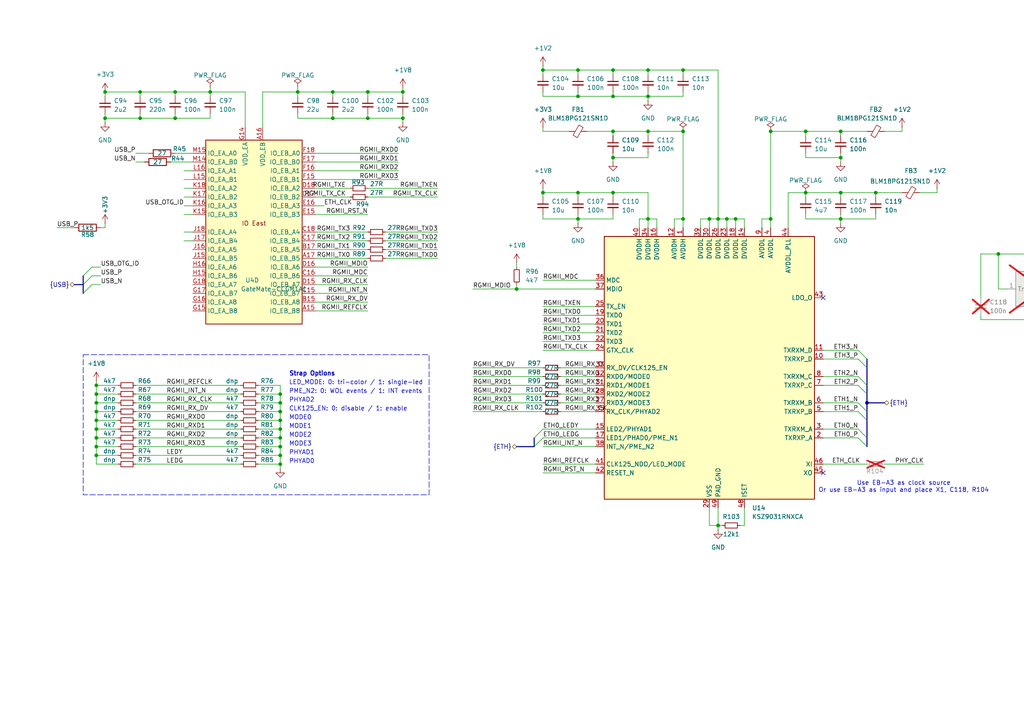
<source format=kicad_sch>
(kicad_sch (version 20250114) (generator "eeschema") (generator_version "9.0")
  (paper "A4")
  (title_block (title "${project_name}") (date "2025-06-24") (rev "${project_version}") (company "${project_creator}") (comment 1 "${project_license}"))
  (rectangle (start 24.13 102.87) (end 124.46 143.51) (stroke (width 0) (type dash)))
  (text "PHYAD0" (at 83.82 134.62 0) (effects (font (size 1.27 1.27)) (justify left bottom)))
  (text "Strap Options" (at 83.82 109.22 0) (effects (font (size 1.27 1.27) (thickness 0.254) (bold yes)) (justify left bottom)))
  (text "MODE0" (at 83.82 121.92 0) (effects (font (size 1.27 1.27)) (justify left bottom)))
  (text "CLK125_EN: 0: disable / 1: enable" (at 83.82 119.38 0) (effects (font (size 1.27 1.27)) (justify left bottom)))
  (text "MODE2" (at 83.82 127 0) (effects (font (size 1.27 1.27)) (justify left bottom)))
  (text "PHYAD2" (at 83.82 116.84 0) (effects (font (size 1.27 1.27)) (justify left bottom)))
  (text "PHYAD1" (at 83.82 132.08 0) (effects (font (size 1.27 1.27)) (justify left bottom)))
  (text "MODE1" (at 83.82 124.46 0) (effects (font (size 1.27 1.27)) (justify left bottom)))
  (text "Use EB-A3 as clock source\nOr use EB-A3 as input and place X1, C118, R104" (at 262.128 141.224 0) (effects (font (size 1.27 1.27))))
  (text "LED_MODE: 0: tri-color / 1: single-led" (at 83.82 111.76 0) (effects (font (size 1.27 1.27)) (justify left bottom)))
  (text "PME_N2: 0: WOL events / 1: INT events" (at 83.82 114.3 0) (effects (font (size 1.27 1.27)) (justify left bottom)))
  (text "MODE3" (at 83.82 129.54 0) (effects (font (size 1.27 1.27)) (justify left bottom)))
  (junction (at 223.52 63.5))
  (junction (at 81.28 129.54))
  (junction (at 187.96 63.5))
  (junction (at 27.94 111.76))
  (junction (at 177.8 20.32))
  (junction (at 81.28 116.84))
  (junction (at 27.94 116.84))
  (junction (at 187.96 27.94))
  (junction (at 177.8 45.72))
  (junction (at 233.68 55.88))
  (junction (at 302.26 92.71))
  (junction (at 167.64 20.32))
  (junction (at 27.94 121.92))
  (junction (at 233.68 38.1))
  (junction (at 289.56 73.66))
  (junction (at 27.94 119.38))
  (junction (at 116.84 34.29))
  (junction (at 27.94 132.08))
  (junction (at 187.96 20.32))
  (junction (at 177.8 27.94))
  (junction (at 96.52 26.67))
  (junction (at 213.36 63.5))
  (junction (at 106.68 34.29))
  (junction (at 149.86 83.82))
  (junction (at 96.52 34.29))
  (junction (at 208.28 63.5))
  (junction (at 167.64 63.5))
  (junction (at 243.84 55.88))
  (junction (at 27.94 129.54))
  (junction (at 167.64 27.94))
  (junction (at 177.8 55.88))
  (junction (at 27.94 127))
  (junction (at 116.84 26.67))
  (junction (at 243.84 45.72))
  (junction (at 81.28 119.38))
  (junction (at 205.74 63.5))
  (junction (at 177.8 38.1))
  (junction (at 210.82 63.5))
  (junction (at 187.96 38.1))
  (junction (at 50.8 34.29))
  (junction (at 81.28 121.92))
  (junction (at 86.36 26.67))
  (junction (at 40.64 34.29))
  (junction (at 60.96 26.67))
  (junction (at 157.48 55.88))
  (junction (at 27.94 124.46))
  (junction (at 157.48 20.32))
  (junction (at 167.64 55.88))
  (junction (at 81.28 124.46))
  (junction (at 198.12 20.32))
  (junction (at 30.48 26.67))
  (junction (at 27.94 114.3))
  (junction (at 254 55.88))
  (junction (at 243.84 63.5))
  (junction (at 106.68 26.67))
  (junction (at 50.8 26.67))
  (junction (at 81.28 114.3))
  (junction (at 30.48 34.29))
  (junction (at 208.28 152.4))
  (junction (at 40.64 26.67))
  (junction (at 81.28 127))
  (junction (at 251.46 116.84))
  (junction (at 198.12 63.5))
  (junction (at 223.52 38.1))
  (junction (at 198.12 38.1))
  (junction (at 81.28 132.08))
  (junction (at 243.84 38.1))
  (junction (at 302.26 73.66))
  (junction (at 81.28 134.62))
  (no_connect (at 238.76 86.36))
  (no_connect (at 238.76 137.16))
  (bus_entry (at 26.67 80.01) (size -2.54 2.54))
  (bus_entry (at 248.92 104.14) (size 2.54 2.54))
  (bus_entry (at 157.48 124.46) (size -2.54 2.54))
  (bus_entry (at 157.48 127) (size -2.54 2.54))
  (bus_entry (at 26.67 77.47) (size -2.54 2.54))
  (bus_entry (at 248.92 109.22) (size 2.54 2.54))
  (bus_entry (at 248.92 101.6) (size 2.54 2.54))
  (bus_entry (at 248.92 127) (size 2.54 2.54))
  (bus_entry (at 26.67 82.55) (size -2.54 2.54))
  (bus_entry (at 248.92 119.38) (size 2.54 2.54))
  (bus_entry (at 248.92 116.84) (size 2.54 2.54))
  (bus_entry (at 248.92 124.46) (size 2.54 2.54))
  (bus_entry (at 248.92 111.76) (size 2.54 2.54))
  (wire (pts (xy 284.48 73.66) (xy 284.48 86.36)))
  (wire (pts (xy 187.96 39.37) (xy 187.96 38.1)))
  (wire (pts (xy 81.28 129.54) (xy 81.28 132.08)))
  (wire (pts (xy 91.44 54.61) (xy 101.6 54.61)))
  (wire (pts (xy 106.68 57.15) (xy 127 57.15)))
  (wire (pts (xy 81.28 127) (xy 81.28 129.54)))
  (wire (pts (xy 220.98 63.5) (xy 223.52 63.5)))
  (wire (pts (xy 243.84 45.72) (xy 243.84 46.99)))
  (wire (pts (xy 76.2 26.67) (xy 76.2 36.83)))
  (wire (pts (xy 213.36 63.5) (xy 215.9 63.5)))
  (wire (pts (xy 256.54 134.62) (xy 267.97 134.62)))
  (wire (pts (xy 81.28 114.3) (xy 81.28 116.84)))
  (wire (pts (xy 238.76 101.6) (xy 248.92 101.6)))
  (wire (pts (xy 195.58 66.04) (xy 195.58 63.5)))
  (wire (pts (xy 49.53 46.99) (xy 55.88 46.99)))
  (wire (pts (xy 60.96 26.67) (xy 71.12 26.67)))
  (wire (pts (xy 208.28 152.4) (xy 205.74 152.4)))
  (bus (pts (xy 24.13 82.55) (xy 24.13 85.09)))
  (wire (pts (xy 187.96 63.5) (xy 187.96 66.04)))
  (wire (pts (xy 261.62 36.83) (xy 261.62 38.1)))
  (wire (pts (xy 238.76 109.22) (xy 248.92 109.22)))
  (wire (pts (xy 106.68 34.29) (xy 116.84 34.29)))
  (wire (pts (xy 86.36 27.94) (xy 86.36 26.67)))
  (wire (pts (xy 91.44 74.93) (xy 106.68 74.93)))
  (wire (pts (xy 27.94 129.54) (xy 27.94 132.08)))
  (wire (pts (xy 167.64 20.32) (xy 167.64 21.59)))
  (wire (pts (xy 157.48 127) (xy 172.72 127)))
  (wire (pts (xy 177.8 38.1) (xy 170.18 38.1)))
  (wire (pts (xy 81.28 116.84) (xy 81.28 119.38)))
  (wire (pts (xy 177.8 27.94) (xy 167.64 27.94)))
  (wire (pts (xy 116.84 25.4) (xy 116.84 26.67)))
  (wire (pts (xy 157.48 96.52) (xy 172.72 96.52)))
  (wire (pts (xy 74.93 132.08) (xy 81.28 132.08)))
  (wire (pts (xy 27.94 111.76) (xy 27.94 114.3)))
  (wire (pts (xy 157.48 54.61) (xy 157.48 55.88)))
  (wire (pts (xy 27.94 114.3) (xy 27.94 116.84)))
  (wire (pts (xy 53.34 57.15) (xy 55.88 57.15)))
  (wire (pts (xy 203.2 63.5) (xy 205.74 63.5)))
  (wire (pts (xy 187.96 20.32) (xy 187.96 21.59)))
  (wire (pts (xy 39.37 132.08) (xy 69.85 132.08)))
  (wire (pts (xy 26.67 80.01) (xy 29.21 80.01)))
  (wire (pts (xy 91.44 67.31) (xy 106.68 67.31)))
  (wire (pts (xy 53.34 67.31) (xy 55.88 67.31)))
  (wire (pts (xy 302.26 92.71) (xy 302.26 93.98)))
  (wire (pts (xy 254 55.88) (xy 254 57.15)))
  (wire (pts (xy 149.86 83.82) (xy 137.16 83.82)))
  (wire (pts (xy 187.96 45.72) (xy 177.8 45.72)))
  (wire (pts (xy 208.28 152.4) (xy 208.28 153.67)))
  (wire (pts (xy 39.37 46.99) (xy 41.91 46.99)))
  (wire (pts (xy 254 55.88) (xy 261.62 55.88)))
  (wire (pts (xy 71.12 36.83) (xy 71.12 26.67)))
  (wire (pts (xy 81.28 132.08) (xy 81.28 134.62)))
  (wire (pts (xy 91.44 49.53) (xy 115.57 49.53)))
  (wire (pts (xy 162.56 109.22) (xy 172.72 109.22)))
  (wire (pts (xy 91.44 46.99) (xy 115.57 46.99)))
  (wire (pts (xy 228.6 66.04) (xy 228.6 55.88)))
  (wire (pts (xy 157.48 19.05) (xy 157.48 20.32)))
  (wire (pts (xy 187.96 27.94) (xy 187.96 29.21)))
  (wire (pts (xy 149.86 82.55) (xy 149.86 83.82)))
  (wire (pts (xy 157.48 36.83) (xy 157.48 38.1)))
  (wire (pts (xy 302.26 73.66) (xy 302.26 76.2)))
  (wire (pts (xy 74.93 121.92) (xy 81.28 121.92)))
  (wire (pts (xy 27.94 129.54) (xy 34.29 129.54)))
  (wire (pts (xy 243.84 63.5) (xy 254 63.5)))
  (wire (pts (xy 198.12 20.32) (xy 208.28 20.32)))
  (wire (pts (xy 27.94 114.3) (xy 34.29 114.3)))
  (wire (pts (xy 29.21 66.04) (xy 30.48 66.04)))
  (wire (pts (xy 243.84 62.23) (xy 243.84 63.5)))
  (wire (pts (xy 157.48 137.16) (xy 172.72 137.16)))
  (wire (pts (xy 233.68 44.45) (xy 233.68 45.72)))
  (wire (pts (xy 157.48 91.44) (xy 172.72 91.44)))
  (wire (pts (xy 60.96 26.67) (xy 60.96 27.94)))
  (wire (pts (xy 60.96 25.4) (xy 60.96 26.67)))
  (wire (pts (xy 91.44 90.17) (xy 106.68 90.17)))
  (bus (pts (xy 251.46 121.92) (xy 251.46 127)))
  (wire (pts (xy 111.76 67.31) (xy 127 67.31)))
  (wire (pts (xy 27.94 116.84) (xy 27.94 119.38)))
  (wire (pts (xy 302.26 72.39) (xy 302.26 73.66)))
  (bus (pts (xy 251.46 114.3) (xy 251.46 116.84)))
  (wire (pts (xy 74.93 119.38) (xy 81.28 119.38)))
  (wire (pts (xy 27.94 121.92) (xy 27.94 124.46)))
  (wire (pts (xy 210.82 63.5) (xy 213.36 63.5)))
  (wire (pts (xy 220.98 66.04) (xy 220.98 63.5)))
  (wire (pts (xy 177.8 20.32) (xy 177.8 21.59)))
  (bus (pts (xy 251.46 127) (xy 251.46 129.54)))
  (wire (pts (xy 137.16 119.38) (xy 157.48 119.38)))
  (wire (pts (xy 233.68 38.1) (xy 243.84 38.1)))
  (wire (pts (xy 195.58 63.5) (xy 198.12 63.5)))
  (wire (pts (xy 208.28 63.5) (xy 208.28 66.04)))
  (wire (pts (xy 74.93 111.76) (xy 81.28 111.76)))
  (wire (pts (xy 187.96 20.32) (xy 198.12 20.32)))
  (wire (pts (xy 27.94 124.46) (xy 34.29 124.46)))
  (wire (pts (xy 26.67 77.47) (xy 29.21 77.47)))
  (wire (pts (xy 39.37 44.45) (xy 43.18 44.45)))
  (wire (pts (xy 198.12 20.32) (xy 198.12 21.59)))
  (wire (pts (xy 284.48 91.44) (xy 284.48 92.71)))
  (wire (pts (xy 39.37 114.3) (xy 69.85 114.3)))
  (wire (pts (xy 40.64 34.29) (xy 50.8 34.29)))
  (wire (pts (xy 74.93 127) (xy 81.28 127)))
  (wire (pts (xy 91.44 69.85) (xy 106.68 69.85)))
  (wire (pts (xy 60.96 34.29) (xy 60.96 33.02)))
  (wire (pts (xy 27.94 119.38) (xy 34.29 119.38)))
  (wire (pts (xy 205.74 63.5) (xy 205.74 66.04)))
  (bus (pts (xy 24.13 80.01) (xy 24.13 82.55)))
  (wire (pts (xy 187.96 44.45) (xy 187.96 45.72)))
  (wire (pts (xy 53.34 59.69) (xy 55.88 59.69)))
  (wire (pts (xy 187.96 38.1) (xy 177.8 38.1)))
  (wire (pts (xy 86.36 26.67) (xy 96.52 26.67)))
  (wire (pts (xy 187.96 38.1) (xy 198.12 38.1)))
  (wire (pts (xy 27.94 127) (xy 34.29 127)))
  (wire (pts (xy 91.44 52.07) (xy 115.57 52.07)))
  (wire (pts (xy 39.37 129.54) (xy 69.85 129.54)))
  (bus (pts (xy 251.46 111.76) (xy 251.46 114.3)))
  (wire (pts (xy 157.48 81.28) (xy 172.72 81.28)))
  (wire (pts (xy 16.51 66.04) (xy 21.59 66.04)))
  (wire (pts (xy 185.42 66.04) (xy 185.42 63.5)))
  (wire (pts (xy 215.9 152.4) (xy 214.63 152.4)))
  (wire (pts (xy 76.2 26.67) (xy 86.36 26.67)))
  (wire (pts (xy 223.52 63.5) (xy 223.52 38.1)))
  (wire (pts (xy 116.84 26.67) (xy 116.84 27.94)))
  (wire (pts (xy 256.54 38.1) (xy 261.62 38.1)))
  (wire (pts (xy 243.84 45.72) (xy 243.84 44.45)))
  (wire (pts (xy 198.12 27.94) (xy 187.96 27.94)))
  (wire (pts (xy 157.48 57.15) (xy 157.48 55.88)))
  (wire (pts (xy 198.12 63.5) (xy 198.12 66.04)))
  (wire (pts (xy 27.94 111.76) (xy 34.29 111.76)))
  (wire (pts (xy 96.52 26.67) (xy 106.68 26.67)))
  (wire (pts (xy 243.84 38.1) (xy 243.84 39.37)))
  (wire (pts (xy 53.34 69.85) (xy 55.88 69.85)))
  (wire (pts (xy 302.26 92.71) (xy 284.48 92.71)))
  (bus (pts (xy 251.46 104.14) (xy 251.46 106.68)))
  (wire (pts (xy 266.7 55.88) (xy 271.78 55.88)))
  (wire (pts (xy 233.68 62.23) (xy 233.68 63.5)))
  (wire (pts (xy 39.37 124.46) (xy 69.85 124.46)))
  (wire (pts (xy 50.8 34.29) (xy 60.96 34.29)))
  (wire (pts (xy 187.96 63.5) (xy 190.5 63.5)))
  (wire (pts (xy 167.64 63.5) (xy 157.48 63.5)))
  (wire (pts (xy 205.74 147.32) (xy 205.74 152.4)))
  (wire (pts (xy 86.36 25.4) (xy 86.36 26.67)))
  (wire (pts (xy 167.64 20.32) (xy 177.8 20.32)))
  (wire (pts (xy 81.28 111.76) (xy 81.28 114.3)))
  (wire (pts (xy 40.64 33.02) (xy 40.64 34.29)))
  (wire (pts (xy 74.93 116.84) (xy 81.28 116.84)))
  (wire (pts (xy 30.48 66.04) (xy 30.48 64.77)))
  (wire (pts (xy 149.86 83.82) (xy 172.72 83.82)))
  (wire (pts (xy 238.76 127) (xy 248.92 127)))
  (wire (pts (xy 223.52 38.1) (xy 233.68 38.1)))
  (bus (pts (xy 251.46 106.68) (xy 251.46 111.76)))
  (wire (pts (xy 177.8 45.72) (xy 177.8 46.99)))
  (wire (pts (xy 233.68 39.37) (xy 233.68 38.1)))
  (wire (pts (xy 40.64 26.67) (xy 40.64 27.94)))
  (wire (pts (xy 40.64 26.67) (xy 50.8 26.67)))
  (wire (pts (xy 292.1 83.82) (xy 289.56 83.82)))
  (wire (pts (xy 27.94 110.49) (xy 27.94 111.76)))
  (wire (pts (xy 289.56 73.66) (xy 289.56 83.82)))
  (wire (pts (xy 162.56 116.84) (xy 172.72 116.84)))
  (wire (pts (xy 177.8 63.5) (xy 167.64 63.5)))
  (wire (pts (xy 116.84 34.29) (xy 116.84 35.56)))
  (wire (pts (xy 185.42 63.5) (xy 187.96 63.5)))
  (wire (pts (xy 177.8 45.72) (xy 177.8 44.45)))
  (wire (pts (xy 167.64 26.67) (xy 167.64 27.94)))
  (wire (pts (xy 157.48 124.46) (xy 172.72 124.46)))
  (wire (pts (xy 157.48 129.54) (xy 172.72 129.54)))
  (wire (pts (xy 53.34 52.07) (xy 55.88 52.07)))
  (wire (pts (xy 162.56 106.68) (xy 172.72 106.68)))
  (wire (pts (xy 53.34 62.23) (xy 55.88 62.23)))
  (wire (pts (xy 53.34 54.61) (xy 55.88 54.61)))
  (wire (pts (xy 137.16 116.84) (xy 157.48 116.84)))
  (bus (pts (xy 154.94 129.54) (xy 149.86 129.54)))
  (bus (pts (xy 251.46 116.84) (xy 256.54 116.84)))
  (wire (pts (xy 30.48 26.67) (xy 40.64 26.67)))
  (wire (pts (xy 106.68 26.67) (xy 116.84 26.67)))
  (wire (pts (xy 302.26 73.66) (xy 289.56 73.66)))
  (wire (pts (xy 111.76 69.85) (xy 127 69.85)))
  (wire (pts (xy 198.12 63.5) (xy 198.12 38.1)))
  (wire (pts (xy 167.64 55.88) (xy 167.64 57.15)))
  (wire (pts (xy 50.8 33.02) (xy 50.8 34.29)))
  (wire (pts (xy 215.9 63.5) (xy 215.9 66.04)))
  (wire (pts (xy 238.76 111.76) (xy 248.92 111.76)))
  (wire (pts (xy 205.74 63.5) (xy 208.28 63.5)))
  (wire (pts (xy 39.37 111.76) (xy 69.85 111.76)))
  (wire (pts (xy 74.93 114.3) (xy 81.28 114.3)))
  (wire (pts (xy 233.68 55.88) (xy 233.68 57.15)))
  (wire (pts (xy 157.48 93.98) (xy 172.72 93.98)))
  (bus (pts (xy 154.94 127) (xy 154.94 129.54)))
  (wire (pts (xy 208.28 147.32) (xy 208.28 152.4)))
  (wire (pts (xy 81.28 124.46) (xy 81.28 127)))
  (wire (pts (xy 167.64 62.23) (xy 167.64 63.5)))
  (wire (pts (xy 26.67 82.55) (xy 29.21 82.55)))
  (wire (pts (xy 177.8 62.23) (xy 177.8 63.5)))
  (wire (pts (xy 137.16 111.76) (xy 157.48 111.76)))
  (wire (pts (xy 50.8 26.67) (xy 60.96 26.67)))
  (wire (pts (xy 50.8 26.67) (xy 50.8 27.94)))
  (wire (pts (xy 91.44 80.01) (xy 106.68 80.01)))
  (wire (pts (xy 53.34 49.53) (xy 55.88 49.53)))
  (wire (pts (xy 157.48 99.06) (xy 172.72 99.06)))
  (wire (pts (xy 111.76 74.93) (xy 127 74.93)))
  (wire (pts (xy 238.76 104.14) (xy 248.92 104.14)))
  (wire (pts (xy 27.94 132.08) (xy 27.94 134.62)))
  (wire (pts (xy 187.96 63.5) (xy 187.96 55.88)))
  (wire (pts (xy 198.12 26.67) (xy 198.12 27.94)))
  (wire (pts (xy 187.96 27.94) (xy 177.8 27.94)))
  (wire (pts (xy 167.64 55.88) (xy 177.8 55.88)))
  (wire (pts (xy 30.48 26.67) (xy 30.48 27.94)))
  (wire (pts (xy 96.52 26.67) (xy 96.52 27.94)))
  (wire (pts (xy 30.48 34.29) (xy 40.64 34.29)))
  (wire (pts (xy 30.48 33.02) (xy 30.48 34.29)))
  (wire (pts (xy 137.16 106.68) (xy 157.48 106.68)))
  (wire (pts (xy 177.8 55.88) (xy 187.96 55.88)))
  (wire (pts (xy 27.94 134.62) (xy 34.29 134.62)))
  (wire (pts (xy 137.16 109.22) (xy 157.48 109.22)))
  (wire (pts (xy 228.6 55.88) (xy 233.68 55.88)))
  (bus (pts (xy 21.59 82.55) (xy 24.13 82.55)))
  (wire (pts (xy 271.78 54.61) (xy 271.78 55.88)))
  (wire (pts (xy 39.37 134.62) (xy 69.85 134.62)))
  (wire (pts (xy 116.84 33.02) (xy 116.84 34.29)))
  (wire (pts (xy 238.76 116.84) (xy 248.92 116.84)))
  (wire (pts (xy 106.68 33.02) (xy 106.68 34.29)))
  (wire (pts (xy 50.8 44.45) (xy 55.88 44.45)))
  (wire (pts (xy 149.86 76.2) (xy 149.86 77.47)))
  (wire (pts (xy 208.28 63.5) (xy 210.82 63.5)))
  (wire (pts (xy 177.8 55.88) (xy 177.8 57.15)))
  (wire (pts (xy 106.68 26.67) (xy 106.68 27.94)))
  (wire (pts (xy 289.56 73.66) (xy 284.48 73.66)))
  (wire (pts (xy 91.44 85.09) (xy 106.68 85.09)))
  (wire (pts (xy 106.68 54.61) (xy 127 54.61)))
  (wire (pts (xy 27.94 132.08) (xy 34.29 132.08)))
  (wire (pts (xy 233.68 63.5) (xy 243.84 63.5)))
  (wire (pts (xy 91.44 62.23) (xy 106.68 62.23)))
  (wire (pts (xy 81.28 134.62) (xy 81.28 135.89)))
  (wire (pts (xy 157.48 88.9) (xy 172.72 88.9)))
  (wire (pts (xy 111.76 72.39) (xy 127 72.39)))
  (wire (pts (xy 177.8 26.67) (xy 177.8 27.94)))
  (wire (pts (xy 27.94 116.84) (xy 34.29 116.84)))
  (wire (pts (xy 162.56 114.3) (xy 172.72 114.3)))
  (wire (pts (xy 27.94 124.46) (xy 27.94 127)))
  (wire (pts (xy 157.48 55.88) (xy 167.64 55.88)))
  (wire (pts (xy 243.84 38.1) (xy 251.46 38.1)))
  (wire (pts (xy 243.84 63.5) (xy 243.84 64.77)))
  (wire (pts (xy 187.96 26.67) (xy 187.96 27.94)))
  (wire (pts (xy 91.44 57.15) (xy 101.6 57.15)))
  (wire (pts (xy 233.68 45.72) (xy 243.84 45.72)))
  (wire (pts (xy 74.93 124.46) (xy 81.28 124.46)))
  (wire (pts (xy 312.42 83.82) (xy 322.58 83.82)))
  (wire (pts (xy 177.8 20.32) (xy 187.96 20.32)))
  (wire (pts (xy 177.8 38.1) (xy 177.8 39.37)))
  (wire (pts (xy 162.56 111.76) (xy 172.72 111.76)))
  (wire (pts (xy 39.37 119.38) (xy 69.85 119.38)))
  (wire (pts (xy 238.76 134.62) (xy 251.46 134.62)))
  (wire (pts (xy 157.48 38.1) (xy 165.1 38.1)))
  (wire (pts (xy 238.76 124.46) (xy 248.92 124.46)))
  (wire (pts (xy 86.36 33.02) (xy 86.36 34.29)))
  (wire (pts (xy 91.44 87.63) (xy 106.68 87.63)))
  (wire (pts (xy 209.55 152.4) (xy 208.28 152.4)))
  (wire (pts (xy 223.52 66.04) (xy 223.52 63.5)))
  (wire (pts (xy 162.56 119.38) (xy 172.72 119.38)))
  (wire (pts (xy 243.84 55.88) (xy 243.84 57.15)))
  (wire (pts (xy 81.28 121.92) (xy 81.28 124.46)))
  (wire (pts (xy 39.37 127) (xy 69.85 127)))
  (wire (pts (xy 243.84 55.88) (xy 233.68 55.88)))
  (wire (pts (xy 91.44 59.69) (xy 93.98 59.69)))
  (wire (pts (xy 213.36 63.5) (xy 213.36 66.04)))
  (wire (pts (xy 210.82 63.5) (xy 210.82 66.04)))
  (wire (pts (xy 27.94 121.92) (xy 34.29 121.92)))
  (wire (pts (xy 157.48 63.5) (xy 157.48 62.23)))
  (wire (pts (xy 96.52 34.29) (xy 106.68 34.29)))
  (wire (pts (xy 30.48 34.29) (xy 30.48 35.56)))
  (wire (pts (xy 27.94 119.38) (xy 27.94 121.92)))
  (wire (pts (xy 167.64 63.5) (xy 167.64 64.77)))
  (wire (pts (xy 86.36 34.29) (xy 96.52 34.29)))
  (wire (pts (xy 74.93 134.62) (xy 81.28 134.62)))
  (wire (pts (xy 157.48 134.62) (xy 172.72 134.62)))
  (wire (pts (xy 91.44 77.47) (xy 106.68 77.47)))
  (wire (pts (xy 91.44 72.39) (xy 106.68 72.39)))
  (wire (pts (xy 203.2 66.04) (xy 203.2 63.5)))
  (wire (pts (xy 215.9 147.32) (xy 215.9 152.4)))
  (wire (pts (xy 81.28 119.38) (xy 81.28 121.92)))
  (wire (pts (xy 302.26 91.44) (xy 302.26 92.71)))
  (wire (pts (xy 74.93 129.54) (xy 81.28 129.54)))
  (wire (pts (xy 91.44 44.45) (xy 115.57 44.45)))
  (wire (pts (xy 157.48 101.6) (xy 172.72 101.6)))
  (bus (pts (xy 251.46 119.38) (xy 251.46 121.92)))
  (bus (pts (xy 251.46 116.84) (xy 251.46 119.38)))
  (wire (pts (xy 157.48 20.32) (xy 167.64 20.32)))
  (wire (pts (xy 190.5 63.5) (xy 190.5 66.04)))
  (wire (pts (xy 91.44 82.55) (xy 106.68 82.55)))
  (wire (pts (xy 157.48 21.59) (xy 157.48 20.32)))
  (wire (pts (xy 254 55.88) (xy 243.84 55.88)))
  (wire (pts (xy 167.64 27.94) (xy 157.48 27.94)))
  (wire (pts (xy 157.48 26.67) (xy 157.48 27.94)))
  (wire (pts (xy 137.16 114.3) (xy 157.48 114.3)))
  (wire (pts (xy 96.52 33.02) (xy 96.52 34.29)))
  (wire (pts (xy 238.76 119.38) (xy 248.92 119.38)))
  (wire (pts (xy 254 63.5) (xy 254 62.23)))
  (wire (pts (xy 39.37 116.84) (xy 69.85 116.84)))
  (wire (pts (xy 39.37 121.92) (xy 69.85 121.92)))
  (wire (pts (xy 27.94 127) (xy 27.94 129.54)))
  (wire (pts (xy 208.28 20.32) (xy 208.28 63.5)))
  (label "RGMII_TXEN" (at 157.48 88.9 0))
  (label "RGMII_RX_CK" (at 163.83 119.38 0))
  (label "ETH0_LEDY" (at 157.48 124.46 0))
  (label "RGMII_RX0" (at 163.83 109.22 0))
  (label "USB_P" (at 29.21 80.01 0))
  (label "ETH0_P" (at 248.92 127 180))
  (label "RGMII_RX_CLK" (at 48.26 116.84 0))
  (label "RGMII_TXD3" (at 127 67.31 180))
  (label "RGMII_MDIO" (at 106.68 77.47 180))
  (label "RGMII_TX_CK" (at 100.33 57.15 180))
  (label "RGMII_RXD1" (at 115.57 46.99 180))
  (label "ETH0_N" (at 248.92 124.46 180))
  (label "ETH3_P" (at 248.92 104.14 180))
  (label "RGMII_REFCLK" (at 106.68 90.17 180))
  (label "ETH2_N" (at 248.92 109.22 180))
  (label "RGMII_RXD3" (at 48.26 129.54 0))
  (label "RGMII_RX_DV" (at 137.16 106.68 0))
  (label "RGMII_REFCLK" (at 48.26 111.76 0))
  (label "RGMII_RX2" (at 163.83 114.3 0))
  (label "RGMII_TX3" (at 101.6 67.31 180))
  (label "ETH3_N" (at 248.92 101.6 180))
  (label "RGMII_TX0" (at 101.6 74.93 180))
  (label "RGMII_REFCLK" (at 157.48 134.62 0))
  (label "RGMII_RST_N" (at 157.48 137.16 0))
  (label "RGMII_TXD0" (at 127 74.93 180))
  (label "USB_P" (at 39.37 44.45 180))
  (label "RGMII_RX1" (at 163.83 111.76 0))
  (label "RGMII_TXD1" (at 127 72.39 180))
  (label "RGMII_RXD0" (at 48.26 121.92 0))
  (label "RGMII_MDC" (at 157.48 81.28 0))
  (label "RGMII_RXD2" (at 115.57 49.53 180))
  (label "USB_OTG_ID" (at 29.21 77.47 0) (effects (font (size 1.25 1.25))))
  (label "USB_N" (at 39.37 46.99 180))
  (label "ETH_CLK" (at 93.98 59.69 0))
  (label "RGMII_TXD2" (at 127 69.85 180))
  (label "RGMII_TX2" (at 101.6 69.85 180))
  (label "RGMII_RXD0" (at 137.16 109.22 0))
  (label "RGMII_INT_N" (at 106.68 85.09 180))
  (label "USB_N" (at 29.21 82.55 0))
  (label "RGMII_INT_N" (at 157.48 129.54 0))
  (label "RGMII_TXD0" (at 157.48 91.44 0))
  (label "RGMII_RX3" (at 163.83 116.84 0))
  (label "RGMII_RX_CLK" (at 137.16 119.38 0))
  (label "ETH2_P" (at 248.92 111.76 180))
  (label "RGMII_RXD3" (at 137.16 116.84 0))
  (label "RGMII_TXD2" (at 157.48 96.52 0))
  (label "RGMII_RX_CLK" (at 106.68 82.55 180))
  (label "RGMII_RX_DV" (at 48.26 119.38 0))
  (label "RGMII_TXD1" (at 157.48 93.98 0))
  (label "RGMII_RXD3" (at 115.57 52.07 180))
  (label "PHY_CLK" (at 267.97 134.62 180))
  (label "RGMII_TXE" (at 100.33 54.61 180))
  (label "ETH_CLK" (at 241.3 134.62 0))
  (label "USB_P" (at 16.51 66.04 0))
  (label "RGMII_MDC" (at 106.68 80.01 180))
  (label "LEDG" (at 48.26 134.62 0))
  (label "RGMII_TX_CLK" (at 157.48 101.6 0))
  (label "RGMII_RXD2" (at 48.26 127 0))
  (label "RGMII_TX_CLK" (at 127 57.15 180))
  (label "RGMII_RXD0" (at 115.57 44.45 180))
  (label "RGMII_TXEN" (at 127 54.61 180))
  (label "RGMII_RXD2" (at 137.16 114.3 0))
  (label "RGMII_RXD1" (at 137.16 111.76 0))
  (label "RGMII_RX_D" (at 163.83 106.68 0))
  (label "RGMII_TXD3" (at 157.48 99.06 0))
  (label "RGMII_RST_N" (at 106.68 62.23 180))
  (label "RGMII_MDIO" (at 137.16 83.82 0))
  (label "RGMII_RX_DV" (at 106.68 87.63 180))
  (label "ETH1_N" (at 248.92 116.84 180))
  (label "PHY_CLK" (at 322.58 83.82 180))
  (label "RGMII_RXD1" (at 48.26 124.46 0))
  (label "USB_OTG_ID" (at 53.34 59.69 180) (effects (font (size 1.25 1.25))))
  (label "ETH1_P" (at 248.92 119.38 180))
  (label "RGMII_INT_N" (at 48.26 114.3 0))
  (label "LEDY" (at 48.26 132.08 0))
  (label "ETH0_LEDG" (at 157.48 127 0))
  (label "RGMII_TX1" (at 101.6 72.39 180))
  (hierarchical_label "{ETH}" (shape bidirectional) (at 256.54 116.84 0))
  (hierarchical_label "{USB}" (shape bidirectional) (at 21.59 82.55 180))
  (hierarchical_label "{ETH}" (shape bidirectional) (at 149.86 129.54 180))
  (symbol (lib_id "Device:C_Small") (at 243.84 41.91 0) (unit 1)
    (property "Reference" "C116" (at 246.38 40.6463 0) (effects (justify left)))
    (property "Value" "100n" (at 246.38 43.1863 0) (effects (justify left)))
    (property "Footprint" "Capacitor_SMD:C_0402_1005Metric" (effects (hide yes)))
  )
  (symbol (lib_name "+1V8_5") (lib_id "power:+1V8") (at 157.48 54.61 0) (unit 1)
    (property "Reference" "#PWR0110" (effects (hide yes)))
    (property "Value" "+1V8" (at 157.48 49.53 0))
    (property "Description" "Power symbol creates a global label with name \"+1V8\"" (effects (hide yes)))
  )
  (symbol (lib_id "Device:C_Small") (at 40.64 30.48 0) (unit 1)
    (property "Reference" "C95" (at 43.18 29.2162 0) (effects (justify left)))
    (property "Value" "220n" (at 43.18 31.7562 0) (effects (justify left)))
    (property "Footprint" "Capacitor_SMD:C_0402_1005Metric" (effects (hide yes)))
  )
  (symbol (lib_id "Device:R_Small") (at 36.83 116.84 90) (unit 1) (exclude_from_sim yes) (in_bom no) (on_board no)
    (property "Reference" "R68" (at 41.91 115.57 90))
    (property "Value" "dnp" (at 31.75 115.57 90))
    (property "Footprint" "Resistor_SMD:R_0402_1005Metric" (effects (hide yes)))
    (property "Description" "Resistor, small symbol" (effects (hide yes)))
  )
  (symbol (lib_id "Device:C_Small") (at 30.48 30.48 0) (unit 1)
    (property "Reference" "C94" (at 33.02 29.2163 0) (effects (justify left)))
    (property "Value" "2u2" (at 33.02 31.7563 0) (effects (justify left)))
    (property "Footprint" "Capacitor_SMD:C_0402_1005Metric" (effects (hide yes)))
  )
  (symbol (lib_id "Device:C_Small") (at 177.8 41.91 0) (mirror y) (unit 1)
    (property "Reference" "C109" (at 185.42 40.64 0) (effects (justify left)))
    (property "Value" "10u" (at 184.15 43.18 0) (effects (justify left)))
    (property "Footprint" "Capacitor_SMD:C_0402_1005Metric" (effects (hide yes)))
  )
  (symbol (lib_id "Device:R_Small") (at 104.14 54.61 270) (mirror x) (unit 1)
    (property "Reference" "R93" (at 103.886 52.832 90))
    (property "Value" "27R" (at 109.22 53.34 90))
    (property "Footprint" "Resistor_SMD:R_0402_1005Metric" (effects (hide yes)))
    (property "Description" "Resistor, small symbol" (effects (hide yes)))
  )
  (symbol (lib_id "Device:R_Small") (at 160.02 111.76 270) (mirror x) (unit 1)
    (property "Reference" "R99" (at 154.94 110.49 90))
    (property "Value" "27R" (at 160.02 111.76 90))
    (property "Footprint" "Resistor_SMD:R_0402_1005Metric" (effects (hide yes)))
    (property "Description" "Resistor, small symbol" (effects (hide yes)))
  )
  (symbol (lib_id "Device:C_Small") (at 60.96 30.48 0) (unit 1)
    (property "Reference" "C97" (at 63.5 29.2163 0) (effects (justify left)))
    (property "Value" "100n" (at 63.5 31.7563 0) (effects (justify left)))
    (property "Footprint" "Capacitor_SMD:C_0402_1005Metric" (effects (hide yes)))
  )
  (symbol (lib_id "power:GND") (at 302.26 93.98 0) (unit 1)
    (property "Reference" "#PWR0119" (effects (hide yes)))
    (property "Value" "GND" (at 302.26 99.06 0))
    (property "Description" "Power symbol creates a global label with name \"GND\" , ground" (effects (hide yes)))
  )
  (symbol (lib_id "Device:R_Small") (at 36.83 132.08 90) (unit 1) (exclude_from_sim yes) (in_bom no) (on_board no)
    (property "Reference" "R74" (at 41.91 130.81 90))
    (property "Value" "dnp" (at 31.75 130.81 90))
    (property "Footprint" "Resistor_SMD:R_0402_1005Metric" (effects (hide yes)))
    (property "Description" "Resistor, small symbol" (effects (hide yes)))
  )
  (symbol (lib_name "+5V_1") (lib_id "power:+5V") (at 30.48 64.77 0) (unit 1)
    (property "Reference" "#PWR0177" (effects (hide yes)))
    (property "Value" "+3V3" (at 30.48 59.436 90))
    (property "Description" "Power symbol creates a global label with name \"+5V\"" (effects (hide yes)))
  )
  (symbol (lib_id "power:PWR_FLAG") (at 223.52 38.1 0) (unit 1)
    (property "Reference" "#FLG022" (effects (hide yes)))
    (property "Value" "PWR_FLAG" (at 223.52 34.544 0))
    (property "Description" "Special symbol for telling ERC where power comes from" (effects (hide yes)))
  )
  (symbol (lib_id "Device:R_Small") (at 72.39 124.46 90) (unit 1) (exclude_from_sim yes) (in_bom no) (on_board no)
    (property "Reference" "R81" (at 77.47 123.19 90))
    (property "Value" "dnp" (at 67.31 123.19 90))
    (property "Footprint" "Resistor_SMD:R_0402_1005Metric" (effects (hide yes)))
    (property "Description" "Resistor, small symbol" (effects (hide yes)))
  )
  (symbol (lib_id "Device:C_Small") (at 243.84 59.69 0) (unit 1)
    (property "Reference" "C117" (at 246.38 58.4263 0) (effects (justify left)))
    (property "Value" "100n" (at 246.38 60.9663 0) (effects (justify left)))
    (property "Footprint" "Capacitor_SMD:C_0402_1005Metric" (effects (hide yes)))
  )
  (symbol (lib_id "Device:R_Small") (at 149.86 80.01 0) (unit 1)
    (property "Reference" "R96" (at 152.4 78.74 0) (effects (justify left)))
    (property "Value" "4k7" (at 152.4 81.28 0) (effects (justify left)))
    (property "Footprint" "Resistor_SMD:R_0402_1005Metric" (effects (hide yes)))
    (property "Description" "Resistor, small symbol" (effects (hide yes)))
  )
  (symbol (lib_id "Device:C_Small") (at 96.52 30.48 0) (unit 1)
    (property "Reference" "C100" (at 99.06 29.2163 0) (effects (justify left)))
    (property "Value" "2u2" (at 99.06 31.7563 0) (effects (justify left)))
    (property "Footprint" "Capacitor_SMD:C_0402_1005Metric" (effects (hide yes)))
  )
  (symbol (lib_id "Device:FerriteBead_Small") (at 264.16 55.88 270) (unit 1)
    (property "Reference" "FB3" (at 264.1981 49.53 90))
    (property "Value" "BLM18PG121SN1D" (at 261.112 52.578 90))
    (property "Footprint" "Inductor_SMD:L_0603_1608Metric" (effects (hide yes)))
    (property "Mouser" "https://hr.mouser.com/ProductDetail/Murata-Electronics/BLM18PG121SN1D?qs=tY8e8KZalarVxhnmnUYZ1A%3D%3D" (effects (hide yes)))
  )
  (symbol (lib_id "Device:R_Small") (at 72.39 116.84 90) (unit 1)
    (property "Reference" "R78" (at 77.47 115.57 90))
    (property "Value" "4k7" (at 67.31 115.57 90))
    (property "Footprint" "Resistor_SMD:R_0402_1005Metric" (effects (hide yes)))
    (property "Description" "Resistor, small symbol" (effects (hide yes)))
  )
  (symbol (lib_id "Device:R_Small") (at 72.39 114.3 90) (unit 1) (exclude_from_sim yes) (in_bom no) (on_board no)
    (property "Reference" "R77" (at 77.47 113.03 90))
    (property "Value" "dnp" (at 67.31 113.03 90))
    (property "Footprint" "Resistor_SMD:R_0402_1005Metric" (effects (hide yes)))
    (property "Description" "Resistor, small symbol" (effects (hide yes)))
  )
  (symbol (lib_id "power:PWR_FLAG") (at 198.12 38.1 0) (unit 1)
    (property "Reference" "#FLG021" (effects (hide yes)))
    (property "Value" "PWR_FLAG" (at 198.12 34.544 0))
    (property "Description" "Special symbol for telling ERC where power comes from" (effects (hide yes)))
  )
  (symbol (lib_id "Device:R_Small") (at 72.39 119.38 90) (unit 1)
    (property "Reference" "R79" (at 77.47 118.11 90))
    (property "Value" "4k7" (at 67.31 118.11 90))
    (property "Footprint" "Resistor_SMD:R_0402_1005Metric" (effects (hide yes)))
    (property "Description" "Resistor, small symbol" (effects (hide yes)))
  )
  (symbol (lib_id "Device:R_Small") (at 36.83 124.46 90) (unit 1)
    (property "Reference" "R71" (at 41.91 123.19 90))
    (property "Value" "4k7" (at 31.75 123.19 90))
    (property "Footprint" "Resistor_SMD:R_0402_1005Metric" (effects (hide yes)))
    (property "Description" "Resistor, small symbol" (effects (hide yes)))
  )
  (symbol (lib_id "Device:R_Small") (at 160.02 109.22 270) (mirror x) (unit 1)
    (property "Reference" "R98" (at 154.94 107.95 90))
    (property "Value" "27R" (at 160.02 109.22 90))
    (property "Footprint" "Resistor_SMD:R_0402_1005Metric" (effects (hide yes)))
    (property "Description" "Resistor, small symbol" (effects (hide yes)))
  )
  (symbol (lib_id "power:+1V2") (at 157.48 19.05 0) (unit 1)
    (property "Reference" "#PWR0109" (effects (hide yes)))
    (property "Value" "+1V2" (at 157.48 13.97 0))
    (property "Description" "Power symbol creates a global label with name \"+1V2\"" (effects (hide yes)))
  )
  (symbol (lib_name "+1V2_1") (lib_id "power:+1V2") (at 271.78 54.61 0) (unit 1)
    (property "Reference" "#PWR0121" (effects (hide yes)))
    (property "Value" "+1V2" (at 271.78 49.53 0))
    (property "Description" "Power symbol creates a global label with name \"+1V2\"" (effects (hide yes)))
  )
  (symbol (lib_id "FPGA_CologneChip_GateMate:CCGM1A1") (at 73.66 67.31 0) (unit 4)
    (property "Reference" "U4" (at 71.12 81.28 0) (effects (justify left)))
    (property "Value" "GateMate-CCGM1A1" (at 69.85 83.82 0) (effects (justify left)))
    (property "Footprint" "ulx5m-gs:BGA-324_15.0x15.0mm_Layout18x18_P0.8mm_Ball0.45mm_Pad0.4mm_NSMD" (effects (hide yes)))
    (property "Datasheet" "https://colognechip.com/docs/ds1001-gatemate1-datasheet-2022-05.pdf" (effects (hide yes)))
  )
  (symbol (lib_id "Device:C_Small") (at 167.64 24.13 0) (mirror y) (unit 1)
    (property "Reference" "C106" (at 175.26 22.86 0) (effects (justify left)))
    (property "Value" "100n" (at 175.26 25.4 0) (effects (justify left)))
    (property "Footprint" "Capacitor_SMD:C_0402_1005Metric" (effects (hide yes)))
  )
  (symbol (lib_id "Device:R_Small") (at 72.39 121.92 90) (unit 1) (exclude_from_sim yes) (in_bom no) (on_board no)
    (property "Reference" "R80" (at 77.47 120.65 90))
    (property "Value" "dnp" (at 67.31 120.65 90))
    (property "Footprint" "Resistor_SMD:R_0402_1005Metric" (effects (hide yes)))
    (property "Description" "Resistor, small symbol" (effects (hide yes)))
  )
  (symbol (lib_id "Device:C_Small") (at 157.48 59.69 0) (mirror y) (unit 1)
    (property "Reference" "C105" (at 165.1 58.42 0) (effects (justify left)))
    (property "Value" "10u" (at 163.83 60.96 0) (effects (justify left)))
    (property "Footprint" "Capacitor_SMD:C_0402_1005Metric" (effects (hide yes)))
  )
  (symbol (lib_id "Device:R") (at 45.72 46.99 270) (unit 1)
    (property "Reference" "R44" (at 51.562 45.974 90))
    (property "Value" "27" (at 45.72 46.99 90))
    (property "Footprint" "Resistor_SMD:R_0402_1005Metric" (effects (hide yes)))
    (property "MNF1_URL" "www.yageo.com" (effects (hide yes)))
    (property "MPN" "AC0603JR-0727RL" (effects (hide yes)))
  )
  (symbol (lib_id "Device:C_Small") (at 157.48 24.13 0) (mirror y) (unit 1)
    (property "Reference" "C104" (at 165.1 22.86 0) (effects (justify left)))
    (property "Value" "10u" (at 163.83 25.4 0) (effects (justify left)))
    (property "Footprint" "Capacitor_SMD:C_0402_1005Metric" (effects (hide yes)))
  )
  (symbol (lib_id "Device:FerriteBead_Small") (at 167.64 38.1 270) (unit 1)
    (property "Reference" "FB1" (at 167.6781 31.75 90))
    (property "Value" "BLM18PG121SN1D" (at 167.6781 34.29 90))
    (property "Footprint" "Inductor_SMD:L_0603_1608Metric" (effects (hide yes)))
    (property "Mouser" "https://hr.mouser.com/ProductDetail/Murata-Electronics/BLM18PG121SN1D?qs=tY8e8KZalarVxhnmnUYZ1A%3D%3D" (effects (hide yes)))
  )
  (symbol (lib_id "Device:R_Small") (at 36.83 134.62 90) (unit 1) (exclude_from_sim yes) (in_bom no) (on_board no)
    (property "Reference" "R75" (at 41.91 133.35 90))
    (property "Value" "dnp" (at 31.75 133.35 90))
    (property "Footprint" "Resistor_SMD:R_0402_1005Metric" (effects (hide yes)))
    (property "Description" "Resistor, small symbol" (effects (hide yes)))
  )
  (symbol (lib_id "power:GND") (at 81.28 135.89 0) (unit 1)
    (property "Reference" "#PWR0100" (effects (hide yes)))
    (property "Value" "GND" (at 81.28 140.97 0))
    (property "Description" "Power symbol creates a global label with name \"GND\" , ground" (effects (hide yes)))
  )
  (symbol (lib_id "Device:R_Small") (at 36.83 127 90) (unit 1)
    (property "Reference" "R72" (at 41.91 125.73 90))
    (property "Value" "4k7" (at 31.75 125.73 90))
    (property "Footprint" "Resistor_SMD:R_0402_1005Metric" (effects (hide yes)))
    (property "Description" "Resistor, small symbol" (effects (hide yes)))
  )
  (symbol (lib_id "Device:C_Small") (at 50.8 30.48 0) (unit 1)
    (property "Reference" "C96" (at 53.34 29.2163 0) (effects (justify left)))
    (property "Value" "100n" (at 53.34 31.7563 0) (effects (justify left)))
    (property "Footprint" "Capacitor_SMD:C_0402_1005Metric" (effects (hide yes)))
  )
  (symbol (lib_id "Device:C_Small") (at 177.8 24.13 0) (mirror y) (unit 1)
    (property "Reference" "C108" (at 185.42 22.86 0) (effects (justify left)))
    (property "Value" "100n" (at 185.42 25.4 0) (effects (justify left)))
    (property "Footprint" "Capacitor_SMD:C_0402_1005Metric" (effects (hide yes)))
  )
  (symbol (lib_id "Device:C_Small") (at 233.68 59.69 0) (unit 1)
    (property "Reference" "C115" (at 236.22 58.4263 0) (effects (justify left)))
    (property "Value" "4u7" (at 236.22 60.9663 0) (effects (justify left)))
    (property "Footprint" "Capacitor_SMD:C_0402_1005Metric" (effects (hide yes)))
  )
  (symbol (lib_id "Device:C_Small") (at 167.64 59.69 0) (mirror y) (unit 1)
    (property "Reference" "C107" (at 175.26 58.42 0) (effects (justify left)))
    (property "Value" "100n" (at 175.26 60.96 0) (effects (justify left)))
    (property "Footprint" "Capacitor_SMD:C_0402_1005Metric" (effects (hide yes)))
  )
  (symbol (lib_id "power:PWR_FLAG") (at 233.68 55.88 0) (unit 1)
    (property "Reference" "#FLG023" (effects (hide yes)))
    (property "Value" "PWR_FLAG" (at 233.68 52.324 0))
    (property "Description" "Special symbol for telling ERC where power comes from" (effects (hide yes)))
  )
  (symbol (lib_id "power:PWR_FLAG") (at 60.96 25.4 0) (unit 1)
    (property "Reference" "#FLG020" (effects (hide yes)))
    (property "Value" "PWR_FLAG" (at 60.96 21.844 0))
    (property "Description" "Special symbol for telling ERC where power comes from" (effects (hide yes)))
  )
  (symbol (lib_id "Device:R_Small") (at 109.22 74.93 270) (mirror x) (unit 1)
    (property "Reference" "R89" (at 104.14 73.66 90))
    (property "Value" "27R" (at 114.3 73.66 90))
    (property "Footprint" "Resistor_SMD:R_0402_1005Metric" (effects (hide yes)))
    (property "Description" "Resistor, small symbol" (effects (hide yes)))
  )
  (symbol (lib_name "+1V8_1") (lib_id "power:+1V8") (at 116.84 25.4 0) (unit 1)
    (property "Reference" "#PWR0105" (effects (hide yes)))
    (property "Value" "+1V8" (at 116.84 20.32 0))
    (property "Description" "Power symbol creates a global label with name \"+1V8\"" (effects (hide yes)))
  )
  (symbol (lib_id "power:PWR_FLAG") (at 86.36 25.4 0) (unit 1)
    (property "Reference" "#FLG019" (effects (hide yes)))
    (property "Value" "PWR_FLAG" (at 86.36 21.844 0))
    (property "Description" "Special symbol for telling ERC where power comes from" (effects (hide yes)))
  )
  (symbol (lib_id "Device:C_Small") (at 187.96 24.13 0) (unit 1)
    (property "Reference" "C111" (at 190.5 22.8663 0) (effects (justify left)))
    (property "Value" "10n" (at 190.5 25.4063 0) (effects (justify left)))
    (property "Footprint" "Capacitor_SMD:C_0402_1005Metric" (effects (hide yes)))
  )
  (symbol (lib_id "Device:R") (at 25.4 66.04 90) (mirror x) (unit 1)
    (property "Reference" "R58" (at 25.4 68.072 90))
    (property "Value" "1k5" (at 25.4 66.04 90))
    (property "Footprint" "Resistor_SMD:R_0402_1005Metric" (effects (hide yes)))
  )
  (symbol (lib_id "Device:R_Small") (at 160.02 116.84 270) (mirror x) (unit 1)
    (property "Reference" "R101" (at 154.94 115.57 90))
    (property "Value" "27R" (at 160.02 116.84 90))
    (property "Footprint" "Resistor_SMD:R_0402_1005Metric" (effects (hide yes)))
    (property "Description" "Resistor, small symbol" (effects (hide yes)))
  )
  (symbol (lib_id "Device:C_Small") (at 198.12 24.13 0) (unit 1)
    (property "Reference" "C113" (at 200.66 22.8663 0) (effects (justify left)))
    (property "Value" "10n" (at 200.66 25.4063 0) (effects (justify left)))
    (property "Footprint" "Capacitor_SMD:C_0402_1005Metric" (effects (hide yes)))
  )
  (symbol (lib_id "Device:R_Small") (at 36.83 129.54 90) (unit 1)
    (property "Reference" "R73" (at 41.91 128.27 90))
    (property "Value" "4k7" (at 31.75 128.27 90))
    (property "Footprint" "Resistor_SMD:R_0402_1005Metric" (effects (hide yes)))
    (property "Description" "Resistor, small symbol" (effects (hide yes)))
  )
  (symbol (lib_id "Device:R_Small") (at 36.83 121.92 90) (unit 1)
    (property "Reference" "R70" (at 41.91 120.65 90))
    (property "Value" "4k7" (at 31.75 120.65 90))
    (property "Footprint" "Resistor_SMD:R_0402_1005Metric" (effects (hide yes)))
    (property "Description" "Resistor, small symbol" (effects (hide yes)))
  )
  (symbol (lib_id "Device:R_Small") (at 109.22 72.39 270) (mirror x) (unit 1)
    (property "Reference" "R90" (at 104.14 71.12 90))
    (property "Value" "27R" (at 114.3 71.12 90))
    (property "Footprint" "Resistor_SMD:R_0402_1005Metric" (effects (hide yes)))
    (property "Description" "Resistor, small symbol" (effects (hide yes)))
  )
  (symbol (lib_id "Device:R_Small") (at 160.02 114.3 270) (mirror x) (unit 1)
    (property "Reference" "R100" (at 154.94 113.03 90))
    (property "Value" "27R" (at 160.02 114.3 90))
    (property "Footprint" "Resistor_SMD:R_0402_1005Metric" (effects (hide yes)))
    (property "Description" "Resistor, small symbol" (effects (hide yes)))
  )
  (symbol (lib_id "Device:C_Small") (at 254 59.69 0) (unit 1)
    (property "Reference" "C119" (at 256.54 58.4263 0) (effects (justify left)))
    (property "Value" "10n" (at 256.54 60.9663 0) (effects (justify left)))
    (property "Footprint" "Capacitor_SMD:C_0402_1005Metric" (effects (hide yes)))
  )
  (symbol (lib_id "Device:C_Small") (at 116.84 30.48 0) (unit 1)
    (property "Reference" "C103" (at 119.38 29.2163 0) (effects (justify left)))
    (property "Value" "100n" (at 119.38 31.7563 0) (effects (justify left)))
    (property "Footprint" "Capacitor_SMD:C_0402_1005Metric" (effects (hide yes)))
  )
  (symbol (lib_id "Device:R_Small") (at 109.22 69.85 270) (mirror x) (unit 1)
    (property "Reference" "R91" (at 104.14 68.58 90))
    (property "Value" "27R" (at 114.3 68.58 90))
    (property "Footprint" "Resistor_SMD:R_0402_1005Metric" (effects (hide yes)))
    (property "Description" "Resistor, small symbol" (effects (hide yes)))
  )
  (symbol (lib_id "Oscillator:ECS-2520MV-xxx-xx") (at 302.26 83.82 0) (unit 1) (dnp yes)
    (property "Reference" "X1" (at 307.34 77.47 0))
    (property "Value" "ECS-2520MV-250-xx" (at 313.69 90.17 0))
    (property "Footprint" "Oscillator:Oscillator_SMD_ECS_2520MV-xxx-xx-4Pin_2.5x2.0mm" (effects (hide yes)))
    (property "Datasheet" "https://www.ecsxtal.com/store/pdf/ECS-2520MV.pdf" (effects (hide yes)))
    (property "Description" "HCMOS Crystal Clock Oscillator, 2.5x2.0 mm SMD" (effects (hide yes)))
  )
  (symbol (lib_id "Device:R_Small") (at 109.22 67.31 270) (mirror x) (unit 1)
    (property "Reference" "R92" (at 104.14 66.04 90))
    (property "Value" "27R" (at 114.3 66.04 90))
    (property "Footprint" "Resistor_SMD:R_0402_1005Metric" (effects (hide yes)))
    (property "Description" "Resistor, small symbol" (effects (hide yes)))
  )
  (symbol (lib_name "+3V3_1") (lib_id "power:+3V3") (at 30.48 26.67 0) (unit 1)
    (property "Reference" "#PWR082" (effects (hide yes)))
    (property "Value" "+3V3" (at 30.48 21.59 0))
    (property "Description" "Power symbol creates a global label with name \"+3V3\"" (effects (hide yes)))
  )
  (symbol (lib_id "Device:C_Small") (at 187.96 41.91 0) (mirror y) (unit 1)
    (property "Reference" "C112" (at 195.58 40.6337 0) (effects (justify left)))
    (property "Value" "100n" (at 195.58 43.18 0) (effects (justify left)))
    (property "Footprint" "Capacitor_SMD:C_0402_1005Metric" (effects (hide yes)))
  )
  (symbol (lib_name "+3V3_1") (lib_id "power:+3V3") (at 302.26 72.39 0) (unit 1)
    (property "Reference" "#PWR0134" (effects (hide yes)))
    (property "Value" "+3V3" (at 302.26 67.31 0))
    (property "Description" "Power symbol creates a global label with name \"+3V3\"" (effects (hide yes)))
  )
  (symbol (lib_id "Device:C_Small") (at 233.68 41.91 0) (unit 1)
    (property "Reference" "C114" (at 236.22 40.6463 0) (effects (justify left)))
    (property "Value" "10u" (at 236.22 43.1863 0) (effects (justify left)))
    (property "Footprint" "Capacitor_SMD:C_0402_1005Metric" (effects (hide yes)))
  )
  (symbol (lib_id "Device:C_Small") (at 177.8 59.69 0) (unit 1)
    (property "Reference" "C110" (at 180.34 58.4263 0) (effects (justify left)))
    (property "Value" "10n" (at 180.34 60.9663 0) (effects (justify left)))
    (property "Footprint" "Capacitor_SMD:C_0402_1005Metric" (effects (hide yes)))
  )
  (symbol (lib_id "power:GND") (at 243.84 46.99 0) (unit 1)
    (property "Reference" "#PWR0117" (effects (hide yes)))
    (property "Value" "GND" (at 243.84 52.07 0))
    (property "Description" "Power symbol creates a global label with name \"GND\" , ground" (effects (hide yes)))
  )
  (symbol (lib_id "Device:R_Small") (at 254 134.62 270) (mirror x) (unit 1) (dnp yes)
    (property "Reference" "R104" (at 253.746 136.652 90))
    (property "Value" "27R" (at 254 134.62 90))
    (property "Footprint" "Resistor_SMD:R_0402_1005Metric" (effects (hide yes)))
    (property "Description" "Resistor, small symbol" (effects (hide yes)))
  )
  (symbol (lib_id "Interface_Ethernet:KSZ9031RNXCA") (at 205.74 106.68 0) (unit 1)
    (property "Reference" "U14" (at 218.0941 147.32 0) (effects (justify left)))
    (property "Value" "KSZ9031RNXCA" (at 218.0941 149.86 0) (effects (justify left)))
    (property "Footprint" "Package_DFN_QFN:QFN-48-1EP_7x7mm_P0.5mm_EP5.15x5.15mm" (effects (hide yes)))
    (property "Datasheet" "http://ww1.microchip.com/downloads/en/DeviceDoc/00002117C.pdf" (effects (hide yes)))
  )
  (symbol (lib_id "power:GND") (at 30.48 35.56 0) (unit 1)
    (property "Reference" "#PWR094" (effects (hide yes)))
    (property "Value" "GND" (at 30.48 40.64 0))
    (property "Description" "Power symbol creates a global label with name \"GND\" , ground" (effects (hide yes)))
  )
  (symbol (lib_id "Device:R_Small") (at 212.09 152.4 90) (unit 1)
    (property "Reference" "R103" (at 212.09 149.86 90))
    (property "Value" "12k1" (at 212.09 154.94 90))
    (property "Footprint" "Resistor_SMD:R_0402_1005Metric" (effects (hide yes)))
    (property "Description" "Resistor, small symbol" (effects (hide yes)))
  )
  (symbol (lib_id "power:GND") (at 243.84 64.77 0) (unit 1)
    (property "Reference" "#PWR0118" (effects (hide yes)))
    (property "Value" "GND" (at 243.84 69.85 0))
    (property "Description" "Power symbol creates a global label with name \"GND\" , ground" (effects (hide yes)))
  )
  (symbol (lib_id "Device:R_Small") (at 36.83 114.3 90) (unit 1)
    (property "Reference" "R67" (at 41.91 113.03 90))
    (property "Value" "4k7" (at 31.75 113.03 90))
    (property "Footprint" "Resistor_SMD:R_0402_1005Metric" (effects (hide yes)))
    (property "Description" "Resistor, small symbol" (effects (hide yes)))
  )
  (symbol (lib_id "power:+1V8") (at 27.94 110.49 0) (unit 1)
    (property "Reference" "#PWR095" (effects (hide yes)))
    (property "Value" "+1V8" (at 27.94 105.41 0))
    (property "Description" "Power symbol creates a global label with name \"+1V8\"" (effects (hide yes)))
  )
  (symbol (lib_id "Device:R_Small") (at 160.02 119.38 270) (mirror x) (unit 1)
    (property "Reference" "R102" (at 154.94 118.11 90))
    (property "Value" "27R" (at 160.02 119.38 90))
    (property "Footprint" "Resistor_SMD:R_0402_1005Metric" (effects (hide yes)))
    (property "Description" "Resistor, small symbol" (effects (hide yes)))
  )
  (symbol (lib_id "Device:R_Small") (at 72.39 111.76 90) (unit 1) (exclude_from_sim yes) (in_bom no) (on_board no)
    (property "Reference" "R76" (at 77.47 110.49 90))
    (property "Value" "dnp" (at 67.31 110.49 90))
    (property "Footprint" "Resistor_SMD:R_0402_1005Metric" (effects (hide yes)))
    (property "Description" "Resistor, small symbol" (effects (hide yes)))
  )
  (symbol (lib_id "Device:R_Small") (at 36.83 119.38 90) (unit 1) (exclude_from_sim yes) (in_bom no) (on_board no)
    (property "Reference" "R69" (at 41.91 118.11 90))
    (property "Value" "dnp" (at 31.75 118.11 90))
    (property "Footprint" "Resistor_SMD:R_0402_1005Metric" (effects (hide yes)))
    (property "Description" "Resistor, small symbol" (effects (hide yes)))
  )
  (symbol (lib_id "Device:R_Small") (at 72.39 132.08 90) (unit 1)
    (property "Reference" "R84" (at 77.47 130.81 90))
    (property "Value" "4k7" (at 67.31 130.81 90))
    (property "Footprint" "Resistor_SMD:R_0402_1005Metric" (effects (hide yes)))
    (property "Description" "Resistor, small symbol" (effects (hide yes)))
  )
  (symbol (lib_id "power:GND") (at 187.96 29.21 0) (mirror y) (unit 1)
    (property "Reference" "#PWR0115" (effects (hide yes)))
    (property "Value" "GND" (at 187.96 34.29 0))
    (property "Description" "Power symbol creates a global label with name \"GND\" , ground" (effects (hide yes)))
  )
  (symbol (lib_name "+1V2_2") (lib_id "power:+1V2") (at 261.62 36.83 0) (unit 1)
    (property "Reference" "#PWR0120" (effects (hide yes)))
    (property "Value" "+1V2" (at 261.62 31.75 0))
    (property "Description" "Power symbol creates a global label with name \"+1V2\"" (effects (hide yes)))
  )
  (symbol (lib_id "Device:R_Small") (at 72.39 134.62 90) (unit 1)
    (property "Reference" "R85" (at 77.47 133.35 90))
    (property "Value" "4k7" (at 67.31 133.35 90))
    (property "Footprint" "Resistor_SMD:R_0402_1005Metric" (effects (hide yes)))
    (property "Description" "Resistor, small symbol" (effects (hide yes)))
  )
  (symbol (lib_name "+1V8_3") (lib_id "power:+1V8") (at 304.8 109.22 0) (unit 1)
    (property "Reference" "#PWR0111" (effects (hide yes)))
    (property "Value" "+1V8" (at 308.61 107.95 0))
    (property "Description" "Power symbol creates a global label with name \"+1V8\"" (effects (hide yes)))
  )
  (symbol (lib_id "Device:R_Small") (at 160.02 106.68 270) (mirror x) (unit 1)
    (property "Reference" "R97" (at 154.94 105.41 90))
    (property "Value" "27R" (at 160.02 106.68 90))
    (property "Footprint" "Resistor_SMD:R_0402_1005Metric" (effects (hide yes)))
    (property "Description" "Resistor, small symbol" (effects (hide yes)))
  )
  (symbol (lib_id "Device:FerriteBead_Small") (at 254 38.1 270) (unit 1)
    (property "Reference" "FB2" (at 254.0381 31.75 90))
    (property "Value" "BLM18PG121SN1D" (at 251.46 34.29 90))
    (property "Footprint" "Inductor_SMD:L_0603_1608Metric" (effects (hide yes)))
    (property "Mouser" "https://hr.mouser.com/ProductDetail/Murata-Electronics/BLM18PG121SN1D?qs=tY8e8KZalarVxhnmnUYZ1A%3D%3D" (effects (hide yes)))
  )
  (symbol (lib_id "Device:R_Small") (at 72.39 129.54 90) (unit 1) (exclude_from_sim yes) (in_bom no) (on_board no)
    (property "Reference" "R83" (at 77.47 128.27 90))
    (property "Value" "dnp" (at 67.31 128.27 90))
    (property "Footprint" "Resistor_SMD:R_0402_1005Metric" (effects (hide yes)))
    (property "Description" "Resistor, small symbol" (effects (hide yes)))
  )
  (symbol (lib_id "power:GND") (at 177.8 46.99 0) (mirror y) (unit 1)
    (property "Reference" "#PWR0114" (effects (hide yes)))
    (property "Value" "GND" (at 177.8 52.07 0))
    (property "Description" "Power symbol creates a global label with name \"GND\" , ground" (effects (hide yes)))
  )
  (symbol (lib_id "Device:R") (at 46.99 44.45 270) (unit 1)
    (property "Reference" "R45" (at 52.07 43.18 90))
    (property "Value" "27" (at 46.99 44.45 90))
    (property "Footprint" "Resistor_SMD:R_0402_1005Metric" (effects (hide yes)))
    (property "MNF1_URL" "www.yageo.com" (effects (hide yes)))
    (property "MPN" "AC0603JR-0727RL" (effects (hide yes)))
  )
  (symbol (lib_id "Device:C_Small") (at 86.36 30.48 0) (unit 1)
    (property "Reference" "C98" (at 88.9 29.2163 0) (effects (justify left)))
    (property "Value" "22u" (at 88.9 31.7563 0) (effects (justify left)))
    (property "Footprint" "Capacitor_SMD:C_0402_1005Metric" (effects (hide yes)))
  )
  (symbol (lib_id "power:GND") (at 167.64 64.77 0) (unit 1)
    (property "Reference" "#PWR0113" (effects (hide yes)))
    (property "Value" "GND" (at 167.64 69.85 0))
    (property "Description" "Power symbol creates a global label with name \"GND\" , ground" (effects (hide yes)))
  )
  (symbol (lib_id "Device:C_Small") (at 284.48 88.9 0) (unit 1) (dnp yes)
    (property "Reference" "C118" (at 287.02 87.6363 0) (effects (justify left)))
    (property "Value" "100n" (at 287.02 90.1763 0) (effects (justify left)))
    (property "Footprint" "Capacitor_SMD:C_0402_1005Metric" (effects (hide yes)))
  )
  (symbol (lib_id "Device:R_Small") (at 104.14 57.15 270) (mirror x) (unit 1)
    (property "Reference" "R94" (at 105.156 59.182 90))
    (property "Value" "27R" (at 109.22 55.88 90))
    (property "Footprint" "Resistor_SMD:R_0402_1005Metric" (effects (hide yes)))
    (property "Description" "Resistor, small symbol" (effects (hide yes)))
  )
  (symbol (lib_name "+1V8_6") (lib_id "power:+1V8") (at 149.86 76.2 0) (unit 1)
    (property "Reference" "#PWR0107" (effects (hide yes)))
    (property "Value" "+1V8" (at 149.86 71.12 0))
    (property "Description" "Power symbol creates a global label with name \"+1V8\"" (effects (hide yes)))
  )
  (symbol (lib_id "Device:R_Small") (at 36.83 111.76 90) (unit 1)
    (property "Reference" "R66" (at 41.91 110.49 90))
    (property "Value" "4k7" (at 31.75 110.49 90))
    (property "Footprint" "Resistor_SMD:R_0402_1005Metric" (effects (hide yes)))
    (property "Description" "Resistor, small symbol" (effects (hide yes)))
  )
  (symbol (lib_id "Device:C_Small") (at 106.68 30.48 0) (unit 1)
    (property "Reference" "C102" (at 109.22 29.2163 0) (effects (justify left)))
    (property "Value" "100n" (at 109.22 31.7563 0) (effects (justify left)))
    (property "Footprint" "Capacitor_SMD:C_0402_1005Metric" (effects (hide yes)))
  )
  (symbol (lib_id "power:+3V3") (at 157.48 36.83 0) (unit 1)
    (property "Reference" "#PWR0108" (effects (hide yes)))
    (property "Value" "+3V3" (at 157.48 31.75 0))
    (property "Description" "Power symbol creates a global label with name \"+3V3\"" (effects (hide yes)))
  )
  (symbol (lib_id "Device:R_Small") (at 72.39 127 90) (unit 1) (exclude_from_sim yes) (in_bom no) (on_board no)
    (property "Reference" "R82" (at 77.47 125.73 90))
    (property "Value" "dnp" (at 67.31 125.73 90))
    (property "Footprint" "Resistor_SMD:R_0402_1005Metric" (effects (hide yes)))
    (property "Description" "Resistor, small symbol" (effects (hide yes)))
  )
  (symbol (lib_id "power:GND") (at 208.28 153.67 0) (unit 1)
    (property "Reference" "#PWR0116" (effects (hide yes)))
    (property "Value" "GND" (at 208.28 158.75 0))
    (property "Description" "Power symbol creates a global label with name \"GND\" , ground" (effects (hide yes)))
  )
  (symbol (lib_id "power:GND") (at 116.84 35.56 0) (unit 1)
    (property "Reference" "#PWR0106" (effects (hide yes)))
    (property "Value" "GND" (at 116.84 40.64 0))
    (property "Description" "Power symbol creates a global label with name \"GND\" , ground" (effects (hide yes)))
  )
)
</source>
